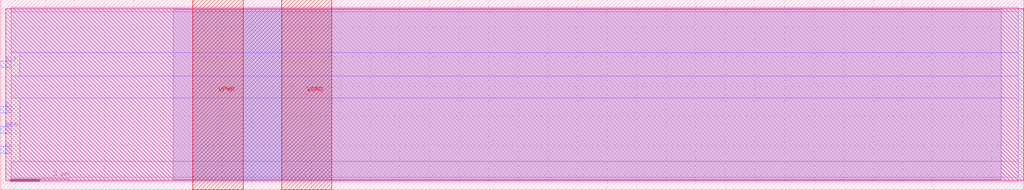
<source format=lef>
MACRO register
  CLASS BLOCK ;
  FOREIGN register ;
  ORIGIN 4.500 0.500 ;
  SIZE 34.590 BY 6.440 ;
  PIN CLK
    DIRECTION INPUT ;
    USE CLOCK ;
    ANTENNAGATEAREA 0.213000 ;
    PORT
      LAYER met1 ;
        RECT -4.500 3.630 -4.140 3.860 ;
    END
  END CLK
  PIN D
    DIRECTION INPUT ;
    USE SIGNAL ;
    ANTENNAGATEAREA 0.159000 ;
    PORT
      LAYER met1 ;
        RECT -4.500 2.090 -4.140 2.320 ;
    END
  END D
  PIN WEN
    DIRECTION INPUT ;
    USE SIGNAL ;
    ANTENNAGATEAREA 0.318000 ;
    PORT
      LAYER met1 ;
        RECT -4.500 1.410 -4.140 1.640 ;
    END
  END WEN
  PIN Q
    DIRECTION OUTPUT ;
    USE SIGNAL ;
    ANTENNAGATEAREA 0.159000 ;
    ANTENNADIFFAREA 0.429000 ;
    PORT
      LAYER met1 ;
        RECT -4.500 0.730 -4.140 0.960 ;
    END
  END Q
  PIN VPWR
    DIRECTION INOUT ;
    USE POWER ;
    PORT
      LAYER met4 ;
        RECT 2.000 -0.500 3.700 5.940 ;
    END
  END VPWR
  PIN VGND
    DIRECTION INOUT ;
    USE GROUND ;
    PORT
      LAYER met4 ;
        RECT 5.000 -0.500 6.700 5.940 ;
    END
  END VGND
  OBS
      LAYER nwell ;
        RECT -4.330 -0.190 30.090 5.630 ;
      LAYER li1 ;
        RECT -4.140 -0.085 29.900 5.525 ;
      LAYER met1 ;
        RECT -4.140 4.140 29.900 5.680 ;
        RECT -3.860 3.350 29.900 4.140 ;
        RECT -4.140 2.600 29.900 3.350 ;
        RECT -3.860 0.450 29.900 2.600 ;
        RECT -4.140 -0.240 29.900 0.450 ;
      LAYER met2 ;
        RECT 1.340 -0.170 29.330 5.610 ;
      LAYER met3 ;
        RECT 2.000 -0.170 6.700 5.610 ;
  END
END register
END LIBRARY


</source>
